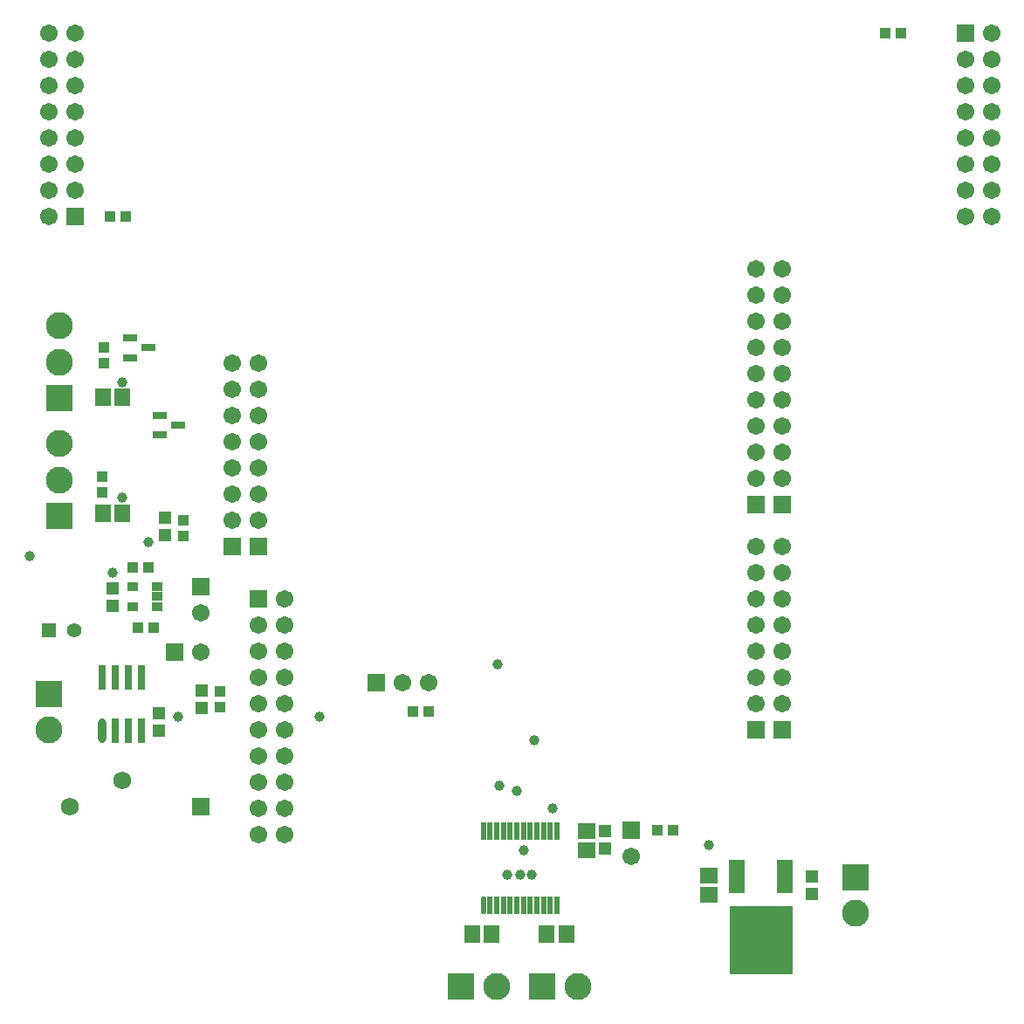
<source format=gts>
G04 Layer_Color=20142*
%FSLAX25Y25*%
%MOIN*%
G70*
G01*
G75*
%ADD43R,0.04300X0.04300*%
%ADD44R,0.05524X0.03162*%
%ADD45R,0.04300X0.04300*%
%ADD46R,0.06706X0.05918*%
%ADD47R,0.04737X0.05131*%
%ADD48R,0.05918X0.06706*%
%ADD49R,0.06312X0.12611*%
%ADD50R,0.24422X0.26391*%
%ADD51R,0.04343X0.03359*%
%ADD52O,0.01972X0.07090*%
%ADD53R,0.01972X0.07090*%
%ADD54R,0.03162X0.09461*%
%ADD55O,0.03162X0.09461*%
%ADD56R,0.06706X0.06706*%
%ADD57C,0.06706*%
%ADD58C,0.10300*%
%ADD59R,0.10300X0.10300*%
%ADD60R,0.10300X0.10300*%
%ADD61R,0.06706X0.06706*%
%ADD62R,0.06800X0.06800*%
%ADD63C,0.06800*%
%ADD64C,0.05600*%
%ADD65R,0.05600X0.05600*%
%ADD66C,0.03900*%
D43*
X141000Y356000D02*
D03*
Y350000D02*
D03*
X140500Y306500D02*
D03*
Y300500D02*
D03*
X185500Y224500D02*
D03*
Y218500D02*
D03*
X171500Y290000D02*
D03*
Y284000D02*
D03*
D44*
X158087Y355760D02*
D03*
X151000Y352020D02*
D03*
Y359500D02*
D03*
X169587Y326260D02*
D03*
X162500Y322520D02*
D03*
Y330000D02*
D03*
D45*
X352500Y171500D02*
D03*
X358500D02*
D03*
X265000Y217000D02*
D03*
X259000Y217000D02*
D03*
X154000Y249000D02*
D03*
X160000D02*
D03*
X158000Y272000D02*
D03*
X152000D02*
D03*
X445500Y476000D02*
D03*
X439500D02*
D03*
X143500Y406000D02*
D03*
X149500D02*
D03*
D46*
X372000Y154240D02*
D03*
Y146760D02*
D03*
X325500Y171240D02*
D03*
Y163760D02*
D03*
D47*
X411500Y147153D02*
D03*
Y153847D02*
D03*
X178500Y218154D02*
D03*
Y224847D02*
D03*
X332500Y164654D02*
D03*
Y171346D02*
D03*
X162000Y209653D02*
D03*
Y216347D02*
D03*
X164500Y290846D02*
D03*
Y284154D02*
D03*
X144500Y263846D02*
D03*
Y257154D02*
D03*
D48*
X281760Y132000D02*
D03*
X289240D02*
D03*
X310260D02*
D03*
X317740D02*
D03*
X140760Y337000D02*
D03*
X148240D02*
D03*
X140760Y292500D02*
D03*
X148240D02*
D03*
D49*
X401000Y154000D02*
D03*
X382945D02*
D03*
D50*
X392000Y129394D02*
D03*
D51*
X152051Y257000D02*
D03*
Y264480D02*
D03*
X161500D02*
D03*
Y260740D02*
D03*
Y257000D02*
D03*
D52*
X286000Y143000D02*
D03*
D53*
X288559D02*
D03*
X291118D02*
D03*
X293677D02*
D03*
X296236D02*
D03*
X298795D02*
D03*
X301354D02*
D03*
X303913D02*
D03*
X306472D02*
D03*
X309032D02*
D03*
X311591D02*
D03*
X314150D02*
D03*
X286000Y171346D02*
D03*
X288559D02*
D03*
X291118D02*
D03*
X293677D02*
D03*
X296236D02*
D03*
X298795D02*
D03*
X301354D02*
D03*
X303913D02*
D03*
X306472D02*
D03*
X309032D02*
D03*
X311591D02*
D03*
X314150D02*
D03*
D54*
X145500Y209500D02*
D03*
X150500D02*
D03*
X155500D02*
D03*
X140500Y229972D02*
D03*
X145500D02*
D03*
X150500D02*
D03*
X155500D02*
D03*
D55*
X140500Y209500D02*
D03*
D56*
X342500Y171500D02*
D03*
X470000Y476000D02*
D03*
X130000Y406000D02*
D03*
X390000Y210000D02*
D03*
X400000D02*
D03*
X200000Y260000D02*
D03*
X178000Y264500D02*
D03*
X190000Y280000D02*
D03*
X200000D02*
D03*
X390000Y296000D02*
D03*
X400000D02*
D03*
D57*
X342500Y161500D02*
D03*
X480000Y476000D02*
D03*
X470000Y466000D02*
D03*
X480000D02*
D03*
X470000Y456000D02*
D03*
X480000Y456000D02*
D03*
X470000Y446000D02*
D03*
X480000D02*
D03*
X470000Y436000D02*
D03*
X480000D02*
D03*
X470000Y426000D02*
D03*
X480000D02*
D03*
X470000Y416000D02*
D03*
X480000D02*
D03*
X470000Y406000D02*
D03*
X480000Y406000D02*
D03*
X120000D02*
D03*
X130000Y416000D02*
D03*
X120000D02*
D03*
X130000Y426000D02*
D03*
X120000Y426000D02*
D03*
X130000Y436000D02*
D03*
X120000D02*
D03*
X130000Y446000D02*
D03*
X120000D02*
D03*
X130000Y456000D02*
D03*
X120000D02*
D03*
X130000Y466000D02*
D03*
X120000D02*
D03*
X130000Y476000D02*
D03*
X120000Y476000D02*
D03*
X265000Y228000D02*
D03*
X255000D02*
D03*
X390000Y280000D02*
D03*
Y270000D02*
D03*
Y260000D02*
D03*
Y250000D02*
D03*
Y240000D02*
D03*
Y230000D02*
D03*
Y220000D02*
D03*
X400000Y280000D02*
D03*
Y270000D02*
D03*
Y260000D02*
D03*
Y250000D02*
D03*
Y240000D02*
D03*
Y230000D02*
D03*
Y220000D02*
D03*
X178000Y239500D02*
D03*
X210000Y170000D02*
D03*
X200000D02*
D03*
X210000Y180000D02*
D03*
X200000D02*
D03*
X210000Y190000D02*
D03*
X200000Y190000D02*
D03*
X210000Y200000D02*
D03*
X200000D02*
D03*
X210000Y210000D02*
D03*
X200000D02*
D03*
X210000Y220000D02*
D03*
X200000D02*
D03*
X210000Y230000D02*
D03*
X200000D02*
D03*
X210000Y240000D02*
D03*
X200000Y240000D02*
D03*
X210000Y250000D02*
D03*
X200000D02*
D03*
X210000Y260000D02*
D03*
X178000Y254500D02*
D03*
X190000Y350000D02*
D03*
Y340000D02*
D03*
Y330000D02*
D03*
Y320000D02*
D03*
Y310000D02*
D03*
Y300000D02*
D03*
Y290000D02*
D03*
X200000Y350000D02*
D03*
Y340000D02*
D03*
Y330000D02*
D03*
Y320000D02*
D03*
Y310000D02*
D03*
Y300000D02*
D03*
Y290000D02*
D03*
X390000Y306000D02*
D03*
X390000Y326000D02*
D03*
Y336000D02*
D03*
Y346000D02*
D03*
X390000Y356000D02*
D03*
X390000Y366000D02*
D03*
Y376000D02*
D03*
Y386000D02*
D03*
Y316000D02*
D03*
X400000Y306000D02*
D03*
Y326000D02*
D03*
Y336000D02*
D03*
Y346000D02*
D03*
Y356000D02*
D03*
Y366000D02*
D03*
Y376000D02*
D03*
Y386000D02*
D03*
Y316000D02*
D03*
D58*
X322280Y112000D02*
D03*
X291280D02*
D03*
X428000Y139720D02*
D03*
X120000Y209720D02*
D03*
X124000Y319059D02*
D03*
Y305279D02*
D03*
Y364059D02*
D03*
Y350279D02*
D03*
D59*
X308500Y112000D02*
D03*
X277500D02*
D03*
D60*
X428000Y153500D02*
D03*
X120000Y223500D02*
D03*
X124000Y291500D02*
D03*
Y336500D02*
D03*
D61*
X245000Y228000D02*
D03*
X168000Y239500D02*
D03*
D62*
X178000Y180500D02*
D03*
D63*
X128000D02*
D03*
X148000Y190500D02*
D03*
D64*
X129800Y248000D02*
D03*
D65*
X120000D02*
D03*
D66*
X112733Y276233D02*
D03*
X148240Y298500D02*
D03*
Y342500D02*
D03*
X169500Y215000D02*
D03*
X223500D02*
D03*
X372000Y166000D02*
D03*
X305500Y206000D02*
D03*
X304500Y154500D02*
D03*
X300000D02*
D03*
X295000D02*
D03*
X158000Y281500D02*
D03*
X144500Y270000D02*
D03*
X301354Y164000D02*
D03*
X291500Y235000D02*
D03*
X298795Y186500D02*
D03*
X292000Y188500D02*
D03*
X312500Y180000D02*
D03*
M02*

</source>
